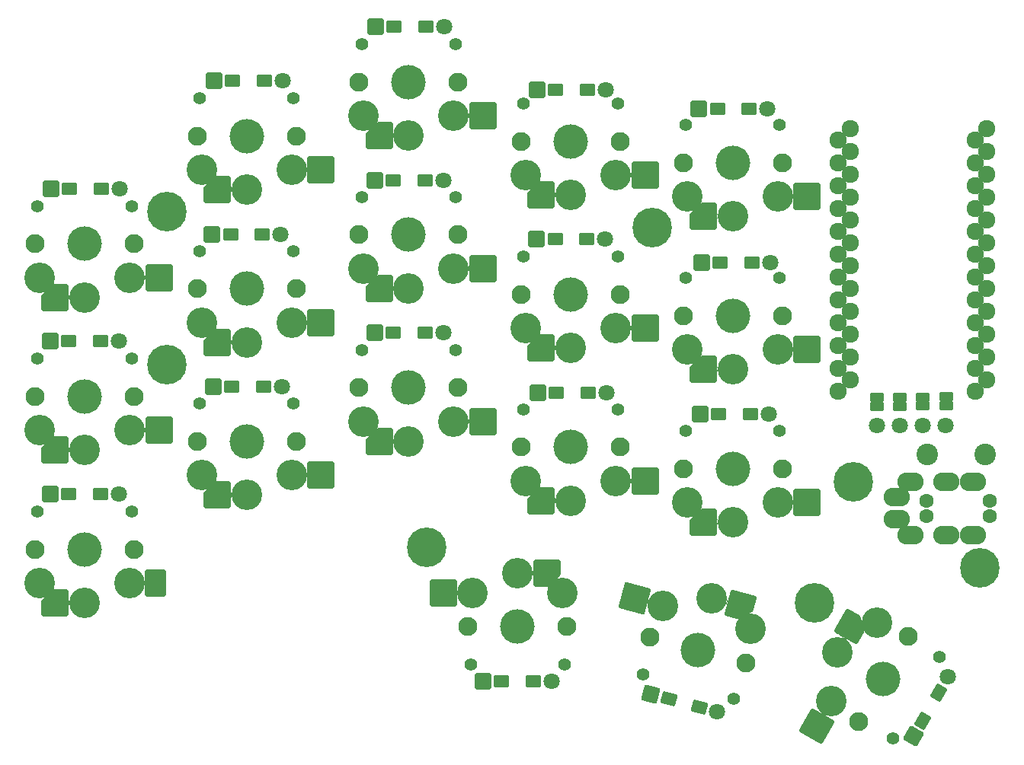
<source format=gts>
G04 #@! TF.GenerationSoftware,KiCad,Pcbnew,(6.0.0-rc1-307-gc186d1f319)*
G04 #@! TF.CreationDate,2022-03-27T09:47:18+01:00*
G04 #@! TF.ProjectId,chocofi,63686f63-6f66-4692-9e6b-696361645f70,2.1*
G04 #@! TF.SameCoordinates,Original*
G04 #@! TF.FileFunction,Soldermask,Top*
G04 #@! TF.FilePolarity,Negative*
%FSLAX46Y46*%
G04 Gerber Fmt 4.6, Leading zero omitted, Abs format (unit mm)*
G04 Created by KiCad (PCBNEW (6.0.0-rc1-307-gc186d1f319)) date 2022-03-27 09:47:18*
%MOMM*%
%LPD*%
G01*
G04 APERTURE LIST*
G04 Aperture macros list*
%AMRoundRect*
0 Rectangle with rounded corners*
0 $1 Rounding radius*
0 $2 $3 $4 $5 $6 $7 $8 $9 X,Y pos of 4 corners*
0 Add a 4 corners polygon primitive as box body*
4,1,4,$2,$3,$4,$5,$6,$7,$8,$9,$2,$3,0*
0 Add four circle primitives for the rounded corners*
1,1,$1+$1,$2,$3*
1,1,$1+$1,$4,$5*
1,1,$1+$1,$6,$7*
1,1,$1+$1,$8,$9*
0 Add four rect primitives between the rounded corners*
20,1,$1+$1,$2,$3,$4,$5,0*
20,1,$1+$1,$4,$5,$6,$7,0*
20,1,$1+$1,$6,$7,$8,$9,0*
20,1,$1+$1,$8,$9,$2,$3,0*%
%AMFreePoly0*
4,1,22,1.386777,1.480194,1.456366,1.424698,1.494986,1.344504,1.500000,1.300000,1.500000,-1.300000,1.480194,-1.386777,1.424698,-1.456366,1.344504,-1.494986,1.300000,-1.500000,-1.300000,-1.500000,-1.386777,-1.480194,-1.456366,-1.424698,-1.494986,-1.344504,-1.500000,-1.300000,-1.500000,0.130000,-1.480194,0.216777,-1.441421,0.271421,-0.271421,1.441421,-0.196056,1.488777,-0.130000,1.500000,
1.300000,1.500000,1.386777,1.480194,1.386777,1.480194,$1*%
G04 Aperture macros list end*
%ADD10RoundRect,0.200000X-0.698500X-0.698500X0.698500X-0.698500X0.698500X0.698500X-0.698500X0.698500X0*%
%ADD11RoundRect,0.200000X-0.650000X-0.475000X0.650000X-0.475000X0.650000X0.475000X-0.650000X0.475000X0*%
%ADD12C,1.797000*%
%ADD13RoundRect,0.200000X-0.750791X-0.290582X0.504913X-0.627047X0.750791X0.290582X-0.504913X0.627047X0*%
%ADD14RoundRect,0.200000X-0.855484X-0.493914X0.493914X-0.855484X0.855484X0.493914X-0.493914X0.855484X0*%
%ADD15RoundRect,0.200000X0.255669X-0.954169X0.954169X0.255669X-0.255669X0.954169X-0.954169X-0.255669X0*%
%ADD16RoundRect,0.200000X0.086362X-0.800417X0.736362X0.325417X-0.086362X0.800417X-0.736362X-0.325417X0*%
%ADD17C,1.600000*%
%ADD18O,2.900000X2.100000*%
%ADD19C,2.101800*%
%ADD20C,3.829000*%
%ADD21C,3.400000*%
%ADD22C,1.390600*%
%ADD23FreePoly0,0.000000*%
%ADD24RoundRect,0.200000X-1.300000X-1.300000X1.300000X-1.300000X1.300000X1.300000X-1.300000X1.300000X0*%
%ADD25RoundRect,0.200000X-0.950000X-1.300000X0.950000X-1.300000X0.950000X1.300000X-0.950000X1.300000X0*%
%ADD26FreePoly0,180.000000*%
%ADD27RoundRect,0.200000X1.300000X1.300000X-1.300000X1.300000X-1.300000X-1.300000X1.300000X-1.300000X0*%
%ADD28FreePoly0,165.000000*%
%ADD29RoundRect,0.200000X1.592168X0.919239X-0.919239X1.592168X-1.592168X-0.919239X0.919239X-1.592168X0*%
%ADD30FreePoly0,240.000000*%
%ADD31RoundRect,0.200000X-0.475833X1.775833X-1.775833X-0.475833X0.475833X-1.775833X1.775833X0.475833X0*%
%ADD32C,1.924000*%
%ADD33RoundRect,0.200000X-0.571500X0.317500X-0.571500X-0.317500X0.571500X-0.317500X0.571500X0.317500X0*%
%ADD34C,2.400000*%
%ADD35C,4.400000*%
G04 APERTURE END LIST*
D10*
X82194400Y-64312800D03*
D11*
X84229400Y-64312800D03*
D12*
X89814400Y-64312800D03*
D11*
X87779400Y-64312800D03*
D10*
X100279200Y-52273200D03*
D11*
X102314200Y-52273200D03*
X105864200Y-52273200D03*
D12*
X107899200Y-52273200D03*
D10*
X118262400Y-46228000D03*
D11*
X120297400Y-46228000D03*
D12*
X125882400Y-46228000D03*
D11*
X123847400Y-46228000D03*
X138229800Y-53289200D03*
D10*
X136194800Y-53289200D03*
D12*
X143814800Y-53289200D03*
D11*
X141779800Y-53289200D03*
X156213000Y-55422800D03*
D10*
X154178000Y-55422800D03*
D11*
X159763000Y-55422800D03*
D12*
X161798000Y-55422800D03*
D10*
X82092800Y-81229200D03*
D11*
X84127800Y-81229200D03*
D12*
X89712800Y-81229200D03*
D11*
X87677800Y-81229200D03*
D10*
X100076000Y-69342000D03*
D11*
X102111000Y-69342000D03*
D12*
X107696000Y-69342000D03*
D11*
X105661000Y-69342000D03*
D10*
X118160800Y-63347600D03*
D11*
X120195800Y-63347600D03*
X123745800Y-63347600D03*
D12*
X125780800Y-63347600D03*
D10*
X136144000Y-69900800D03*
D11*
X138179000Y-69900800D03*
D12*
X143764000Y-69900800D03*
D11*
X141729000Y-69900800D03*
D10*
X154482800Y-72491600D03*
D11*
X156517800Y-72491600D03*
D12*
X162102800Y-72491600D03*
D11*
X160067800Y-72491600D03*
D10*
X82092800Y-98247200D03*
D11*
X84127800Y-98247200D03*
D12*
X89712800Y-98247200D03*
D11*
X87677800Y-98247200D03*
D10*
X100177600Y-86309200D03*
D11*
X102212600Y-86309200D03*
X105762600Y-86309200D03*
D12*
X107797600Y-86309200D03*
D11*
X120195800Y-80314800D03*
D10*
X118160800Y-80314800D03*
D11*
X123745800Y-80314800D03*
D12*
X125780800Y-80314800D03*
D10*
X136245600Y-86969600D03*
D11*
X138280600Y-86969600D03*
X141830600Y-86969600D03*
D12*
X143865600Y-86969600D03*
D11*
X156314600Y-89357200D03*
D10*
X154279600Y-89357200D03*
D12*
X161899600Y-89357200D03*
D11*
X159864600Y-89357200D03*
D10*
X130149600Y-119075200D03*
D11*
X132184600Y-119075200D03*
X135734600Y-119075200D03*
D12*
X137769600Y-119075200D03*
D13*
X150799764Y-121001192D03*
D14*
X148834105Y-120474495D03*
D12*
X156194459Y-122446697D03*
D13*
X154228800Y-121920000D03*
D15*
X178053166Y-125194992D03*
D16*
X179070666Y-123432630D03*
X180845666Y-120358240D03*
D12*
X181863166Y-118595878D03*
D17*
X186460000Y-98961000D03*
X179460000Y-98961000D03*
X186460000Y-100711000D03*
X179460000Y-100711000D03*
D18*
X176160000Y-101061000D03*
X176160000Y-98611000D03*
X184660000Y-102811000D03*
X184660000Y-96861000D03*
X181660000Y-96861000D03*
X181660000Y-102811000D03*
X177660000Y-96861000D03*
X177660000Y-102811000D03*
D19*
X91410000Y-70400000D03*
D20*
X85910000Y-70400000D03*
D21*
X80910000Y-74150000D03*
D22*
X91130000Y-66200000D03*
D21*
X85910000Y-76350000D03*
D22*
X80690000Y-66200000D03*
D19*
X80410000Y-70400000D03*
D21*
X90910000Y-74150000D03*
D23*
X82635000Y-76350000D03*
D24*
X94185000Y-74150000D03*
D22*
X98690000Y-54200000D03*
D19*
X109410000Y-58400000D03*
D21*
X103910000Y-64350000D03*
D22*
X109130000Y-54200000D03*
D21*
X98910000Y-62150000D03*
D20*
X103910000Y-58400000D03*
D21*
X108910000Y-62150000D03*
D19*
X98410000Y-58400000D03*
D23*
X100635000Y-64350000D03*
D24*
X112185000Y-62150000D03*
D20*
X121910000Y-52400000D03*
D19*
X116410000Y-52400000D03*
D22*
X127130000Y-48200000D03*
D21*
X121910000Y-58350000D03*
X116910000Y-56150000D03*
D22*
X116690000Y-48200000D03*
D19*
X127410000Y-52400000D03*
D21*
X126910000Y-56150000D03*
D23*
X118635000Y-58350000D03*
D24*
X130185000Y-56150000D03*
D19*
X145410000Y-59020000D03*
D21*
X134910000Y-62770000D03*
X139910000Y-64970000D03*
D22*
X134690000Y-54820000D03*
D20*
X139910000Y-59020000D03*
D22*
X145130000Y-54820000D03*
D19*
X134410000Y-59020000D03*
D21*
X144910000Y-62770000D03*
D23*
X136635000Y-64970000D03*
D24*
X148185000Y-62770000D03*
D21*
X152910000Y-65150000D03*
X157910000Y-67350000D03*
D22*
X152690000Y-57200000D03*
D20*
X157910000Y-61400000D03*
D19*
X152410000Y-61400000D03*
X163410000Y-61400000D03*
D21*
X162910000Y-65150000D03*
D22*
X163130000Y-57200000D03*
D23*
X154635000Y-67350000D03*
D24*
X166185000Y-65150000D03*
D21*
X90910000Y-91150000D03*
D19*
X91410000Y-87400000D03*
X80410000Y-87400000D03*
D21*
X80910000Y-91150000D03*
D22*
X80690000Y-83200000D03*
D21*
X85910000Y-93350000D03*
D22*
X91130000Y-83200000D03*
D20*
X85910000Y-87400000D03*
D23*
X82635000Y-93350000D03*
D24*
X94185000Y-91150000D03*
D19*
X98410000Y-75400000D03*
D22*
X109130000Y-71200000D03*
D20*
X103910000Y-75400000D03*
D19*
X109410000Y-75400000D03*
D21*
X108910000Y-79150000D03*
X98910000Y-79150000D03*
X103910000Y-81350000D03*
D22*
X98690000Y-71200000D03*
D23*
X100635000Y-81350000D03*
D24*
X112185000Y-79150000D03*
D21*
X121910000Y-75350000D03*
D19*
X116410000Y-69400000D03*
D22*
X127130000Y-65200000D03*
D19*
X127410000Y-69400000D03*
D22*
X116690000Y-65200000D03*
D20*
X121910000Y-69400000D03*
D21*
X116910000Y-73150000D03*
X126910000Y-73150000D03*
D23*
X118635000Y-75350000D03*
D24*
X130185000Y-73150000D03*
D21*
X134910000Y-79770000D03*
D22*
X134690000Y-71820000D03*
D21*
X144910000Y-79770000D03*
X139910000Y-81970000D03*
D19*
X134410000Y-76020000D03*
D20*
X139910000Y-76020000D03*
D19*
X145410000Y-76020000D03*
D22*
X145130000Y-71820000D03*
D23*
X136635000Y-81970000D03*
D24*
X148185000Y-79770000D03*
D19*
X163410000Y-78400000D03*
D21*
X162910000Y-82150000D03*
D19*
X152410000Y-78400000D03*
D22*
X152690000Y-74200000D03*
X163130000Y-74200000D03*
D21*
X157910000Y-84350000D03*
D20*
X157910000Y-78400000D03*
D21*
X152910000Y-82150000D03*
D23*
X154635000Y-84350000D03*
D24*
X166185000Y-82150000D03*
D22*
X91130000Y-100200000D03*
X80690000Y-100200000D03*
D21*
X90910000Y-108150000D03*
D19*
X91410000Y-104400000D03*
X80410000Y-104400000D03*
D20*
X85910000Y-104400000D03*
D21*
X80910000Y-108150000D03*
X85910000Y-110350000D03*
D23*
X82635000Y-110350000D03*
D25*
X93810000Y-108150000D03*
D21*
X103910000Y-98350000D03*
X98910000Y-96150000D03*
D22*
X98690000Y-88200000D03*
D19*
X109410000Y-92400000D03*
D21*
X108910000Y-96150000D03*
D19*
X98410000Y-92400000D03*
D22*
X109130000Y-88200000D03*
D20*
X103910000Y-92400000D03*
D23*
X100635000Y-98350000D03*
D24*
X112185000Y-96150000D03*
D20*
X121910000Y-86400000D03*
D21*
X116910000Y-90150000D03*
D22*
X116690000Y-82200000D03*
D21*
X126910000Y-90150000D03*
D19*
X127410000Y-86400000D03*
D22*
X127130000Y-82200000D03*
D19*
X116410000Y-86400000D03*
D21*
X121910000Y-92350000D03*
D23*
X118635000Y-92350000D03*
D24*
X130185000Y-90150000D03*
D22*
X145130000Y-88825000D03*
X134690000Y-88825000D03*
D19*
X134410000Y-93025000D03*
D21*
X139910000Y-98975000D03*
D19*
X145410000Y-93025000D03*
D21*
X134910000Y-96775000D03*
D20*
X139910000Y-93025000D03*
D21*
X144910000Y-96775000D03*
D23*
X136635000Y-98975000D03*
D24*
X148185000Y-96775000D03*
D21*
X157910000Y-101350000D03*
D20*
X157910000Y-95400000D03*
D19*
X163410000Y-95400000D03*
D21*
X152910000Y-99150000D03*
D22*
X152690000Y-91200000D03*
D21*
X162910000Y-99150000D03*
D19*
X152410000Y-95400000D03*
D22*
X163130000Y-91200000D03*
D23*
X154635000Y-101350000D03*
D24*
X166185000Y-99150000D03*
D22*
X139230000Y-117190000D03*
D21*
X134010000Y-107040000D03*
D19*
X128510000Y-112990000D03*
D21*
X139010000Y-109240000D03*
D20*
X134010000Y-112990000D03*
D19*
X139510000Y-112990000D03*
D21*
X129010000Y-109240000D03*
D22*
X128790000Y-117190000D03*
D26*
X137285000Y-107040000D03*
D27*
X125735000Y-109240000D03*
D22*
X158015093Y-120987924D03*
D21*
X155599973Y-109832741D03*
X150200942Y-110663683D03*
D20*
X154060000Y-115580000D03*
D21*
X159860201Y-113251873D03*
D19*
X148747408Y-114156495D03*
D22*
X147930827Y-118285853D03*
D19*
X159372592Y-117003505D03*
D28*
X158763380Y-110680374D03*
D29*
X147037535Y-109816051D03*
D21*
X173912405Y-112584873D03*
X169507149Y-115815000D03*
D22*
X180907307Y-116369347D03*
D19*
X171910000Y-123553140D03*
X177410000Y-114026860D03*
D21*
X168912405Y-121245127D03*
D20*
X174660000Y-118790000D03*
D22*
X175687307Y-125410653D03*
D30*
X171144649Y-112978767D03*
D31*
X167274905Y-124081360D03*
D32*
X169620000Y-58870400D03*
X186166400Y-57600400D03*
X186166400Y-60140400D03*
X169620000Y-61410400D03*
X186166400Y-62680400D03*
X169620000Y-63950400D03*
X186166400Y-65220400D03*
X169620000Y-66490400D03*
X169620000Y-69030400D03*
X186166400Y-67760400D03*
X169620000Y-71570400D03*
X186166400Y-70300400D03*
X169620000Y-74110400D03*
X186166400Y-72840400D03*
X169620000Y-76650400D03*
X186166400Y-75380400D03*
X186166400Y-77920400D03*
X169620000Y-79190400D03*
X186166400Y-80460400D03*
X169620000Y-81730400D03*
X186166400Y-83000400D03*
X169620000Y-84270400D03*
X186166400Y-85540400D03*
X169620000Y-86810400D03*
X170946400Y-85540400D03*
X184860000Y-86810400D03*
X170946400Y-83000400D03*
X184860000Y-84270400D03*
X184860000Y-81730400D03*
X170946400Y-80460400D03*
X184860000Y-79190400D03*
X170946400Y-77920400D03*
X184860000Y-76650400D03*
X170946400Y-75380400D03*
X184860000Y-74110400D03*
X170946400Y-72840400D03*
X184860000Y-71570400D03*
X170946400Y-70300400D03*
X170946400Y-67760400D03*
X184860000Y-69030400D03*
X184860000Y-66490400D03*
X170946400Y-65220400D03*
X184860000Y-63950400D03*
X170946400Y-62680400D03*
X170946400Y-60140400D03*
X184860000Y-61410400D03*
X184860000Y-58870400D03*
X170946400Y-57600400D03*
D33*
X179070000Y-87448020D03*
X179070000Y-88448780D03*
D12*
X173930000Y-90608400D03*
X176470000Y-90608400D03*
X179010000Y-90608400D03*
X181550000Y-90608400D03*
D33*
X176470000Y-87468020D03*
X176470000Y-88468780D03*
X173930000Y-87498020D03*
X173930000Y-88498780D03*
X181640000Y-87438420D03*
X181640000Y-88439180D03*
D34*
X186003000Y-93853000D03*
X179503000Y-93853000D03*
D35*
X171323000Y-96901000D03*
X185420000Y-106426000D03*
X95000000Y-66802000D03*
X148971000Y-68580000D03*
X123952000Y-104140000D03*
X167005000Y-110363000D03*
X95000000Y-83820000D03*
G36*
X167783426Y-122640594D02*
G01*
X167820150Y-122645429D01*
X167849195Y-122623141D01*
X167853982Y-122586782D01*
X167835918Y-122560375D01*
X167835766Y-122558381D01*
X167837416Y-122557252D01*
X167838752Y-122557633D01*
X168012607Y-122685110D01*
X168235333Y-122802291D01*
X168300968Y-122825211D01*
X168302274Y-122826726D01*
X168301615Y-122828614D01*
X168300422Y-122829096D01*
X168263401Y-122831198D01*
X168239024Y-122858512D01*
X168241105Y-122895171D01*
X168260446Y-122916001D01*
X169147471Y-123428125D01*
X169147720Y-123428295D01*
X169147725Y-123428299D01*
X169148453Y-123430162D01*
X169147204Y-123431724D01*
X169145476Y-123431593D01*
X167370439Y-122406775D01*
X167369439Y-122405043D01*
X167370439Y-122403311D01*
X167372439Y-122403311D01*
X167783426Y-122640594D01*
G37*
G36*
X169274078Y-113628534D02*
G01*
X171068883Y-114664765D01*
X171069883Y-114666497D01*
X171068883Y-114668229D01*
X171066883Y-114668229D01*
X170643775Y-114423948D01*
X170607051Y-114419113D01*
X170578006Y-114441401D01*
X170573210Y-114477829D01*
X170586632Y-114500277D01*
X170586662Y-114502276D01*
X170584946Y-114503303D01*
X170583545Y-114502760D01*
X170575731Y-114495410D01*
X170368950Y-114351960D01*
X170143228Y-114240646D01*
X170111453Y-114230475D01*
X170110109Y-114228994D01*
X170110718Y-114227090D01*
X170111897Y-114226577D01*
X170148849Y-114223507D01*
X170172504Y-114195565D01*
X170169462Y-114158958D01*
X170150696Y-114139269D01*
X169272083Y-113632002D01*
X169271834Y-113631832D01*
X169271829Y-113631828D01*
X169271101Y-113629965D01*
X169272350Y-113628403D01*
X169274078Y-113628534D01*
G37*
G36*
X84136848Y-110061130D02*
G01*
X84151174Y-110095717D01*
X84184998Y-110109727D01*
X84218876Y-110095695D01*
X84232764Y-110066412D01*
X84234410Y-110065276D01*
X84236217Y-110066133D01*
X84236561Y-110067469D01*
X84212588Y-110305550D01*
X84224663Y-110556933D01*
X84235800Y-110612923D01*
X84235157Y-110614817D01*
X84233195Y-110615207D01*
X84232175Y-110614424D01*
X84211575Y-110583592D01*
X84175667Y-110576450D01*
X84145132Y-110596852D01*
X84136914Y-110623946D01*
X84135454Y-110625313D01*
X84133540Y-110624732D01*
X84133000Y-110623365D01*
X84133000Y-110061895D01*
X84134000Y-110060163D01*
X84136000Y-110060163D01*
X84136848Y-110061130D01*
G37*
G36*
X157392024Y-110006652D02*
G01*
X157392542Y-110008584D01*
X157247805Y-110548751D01*
X157246391Y-110550165D01*
X157244459Y-110549647D01*
X157243890Y-110548494D01*
X157239003Y-110511375D01*
X157209958Y-110489088D01*
X157173568Y-110493879D01*
X157153774Y-110515766D01*
X157151871Y-110516379D01*
X157150388Y-110515038D01*
X157150467Y-110513603D01*
X157195566Y-110413488D01*
X157263880Y-110171265D01*
X157283690Y-110015541D01*
X157284901Y-110013949D01*
X157286885Y-110014201D01*
X157287604Y-110015267D01*
X157297357Y-110051042D01*
X157329141Y-110069207D01*
X157364539Y-110059557D01*
X157381627Y-110033863D01*
X157388678Y-110007548D01*
X157390092Y-110006134D01*
X157392024Y-110006652D01*
G37*
G36*
X148556821Y-109945416D02*
G01*
X148557390Y-109946569D01*
X148562277Y-109983688D01*
X148591322Y-110005975D01*
X148627697Y-110001186D01*
X148648026Y-109978107D01*
X148649921Y-109977468D01*
X148651422Y-109978790D01*
X148651371Y-109980202D01*
X148590693Y-110124901D01*
X148528744Y-110368826D01*
X148517733Y-110478179D01*
X148516564Y-110479803D01*
X148514574Y-110479602D01*
X148513828Y-110478555D01*
X148503142Y-110443046D01*
X148470890Y-110425718D01*
X148435745Y-110436295D01*
X148419485Y-110461455D01*
X148417705Y-110462366D01*
X148416025Y-110461281D01*
X148415873Y-110459851D01*
X148553475Y-109946312D01*
X148554889Y-109944898D01*
X148556821Y-109945416D01*
G37*
G36*
X127236848Y-108951130D02*
G01*
X127251174Y-108985717D01*
X127284998Y-108999727D01*
X127318876Y-108985695D01*
X127332764Y-108956412D01*
X127334410Y-108955276D01*
X127336217Y-108956133D01*
X127336561Y-108957469D01*
X127312588Y-109195550D01*
X127324663Y-109446933D01*
X127335800Y-109502923D01*
X127335157Y-109504817D01*
X127333195Y-109505207D01*
X127332175Y-109504424D01*
X127311575Y-109473592D01*
X127275667Y-109466450D01*
X127245132Y-109486852D01*
X127236914Y-109513946D01*
X127235454Y-109515313D01*
X127233540Y-109514732D01*
X127233000Y-109513365D01*
X127233000Y-108951895D01*
X127234000Y-108950163D01*
X127236000Y-108950163D01*
X127236848Y-108951130D01*
G37*
G36*
X92661442Y-107753941D02*
G01*
X92662000Y-107755327D01*
X92662000Y-108551601D01*
X92661000Y-108553333D01*
X92659000Y-108553333D01*
X92658152Y-108552366D01*
X92643826Y-108517779D01*
X92610002Y-108503769D01*
X92576032Y-108517839D01*
X92563880Y-108538573D01*
X92562142Y-108539562D01*
X92560416Y-108538551D01*
X92560230Y-108537019D01*
X92573907Y-108488524D01*
X92605674Y-108238816D01*
X92607998Y-108150056D01*
X92589343Y-107899019D01*
X92559492Y-107767097D01*
X92560085Y-107765187D01*
X92562036Y-107764746D01*
X92563076Y-107765502D01*
X92584476Y-107795782D01*
X92620559Y-107801982D01*
X92650561Y-107780778D01*
X92658079Y-107754772D01*
X92659520Y-107753385D01*
X92661442Y-107753941D01*
G37*
G36*
X135786442Y-106754424D02*
G01*
X135787000Y-106755810D01*
X135787000Y-107309229D01*
X135786000Y-107310961D01*
X135784000Y-107310961D01*
X135783152Y-107309994D01*
X135768826Y-107275407D01*
X135735002Y-107261397D01*
X135701111Y-107275435D01*
X135687385Y-107303422D01*
X135685724Y-107304536D01*
X135683928Y-107303656D01*
X135683605Y-107302289D01*
X135705674Y-107128816D01*
X135707998Y-107040056D01*
X135689343Y-106789019D01*
X135684492Y-106767580D01*
X135685085Y-106765670D01*
X135687036Y-106765229D01*
X135688076Y-106765985D01*
X135709476Y-106796265D01*
X135745559Y-106802465D01*
X135775561Y-106781261D01*
X135783079Y-106755255D01*
X135784520Y-106753868D01*
X135786442Y-106754424D01*
G37*
G36*
X156136848Y-101061130D02*
G01*
X156151174Y-101095717D01*
X156184998Y-101109727D01*
X156218876Y-101095695D01*
X156232764Y-101066412D01*
X156234410Y-101065276D01*
X156236217Y-101066133D01*
X156236561Y-101067469D01*
X156212588Y-101305550D01*
X156224663Y-101556933D01*
X156235800Y-101612923D01*
X156235157Y-101614817D01*
X156233195Y-101615207D01*
X156232175Y-101614424D01*
X156211575Y-101583592D01*
X156175667Y-101576450D01*
X156145132Y-101596852D01*
X156136914Y-101623946D01*
X156135454Y-101625313D01*
X156133540Y-101624732D01*
X156133000Y-101623365D01*
X156133000Y-101061895D01*
X156134000Y-101060163D01*
X156136000Y-101060163D01*
X156136848Y-101061130D01*
G37*
G36*
X164686442Y-98864424D02*
G01*
X164687000Y-98865810D01*
X164687000Y-99419229D01*
X164686000Y-99420961D01*
X164684000Y-99420961D01*
X164683152Y-99419994D01*
X164668826Y-99385407D01*
X164635002Y-99371397D01*
X164601111Y-99385435D01*
X164587385Y-99413422D01*
X164585724Y-99414536D01*
X164583928Y-99413656D01*
X164583605Y-99412289D01*
X164605674Y-99238816D01*
X164607998Y-99150056D01*
X164589343Y-98899019D01*
X164584492Y-98877580D01*
X164585085Y-98875670D01*
X164587036Y-98875229D01*
X164588076Y-98875985D01*
X164609476Y-98906265D01*
X164645559Y-98912465D01*
X164675561Y-98891261D01*
X164683079Y-98865255D01*
X164684520Y-98863868D01*
X164686442Y-98864424D01*
G37*
G36*
X138136848Y-98686130D02*
G01*
X138151174Y-98720717D01*
X138184998Y-98734727D01*
X138218876Y-98720695D01*
X138232764Y-98691412D01*
X138234410Y-98690276D01*
X138236217Y-98691133D01*
X138236561Y-98692469D01*
X138212588Y-98930550D01*
X138224663Y-99181933D01*
X138235800Y-99237923D01*
X138235157Y-99239817D01*
X138233195Y-99240207D01*
X138232175Y-99239424D01*
X138211575Y-99208592D01*
X138175667Y-99201450D01*
X138145132Y-99221852D01*
X138136914Y-99248946D01*
X138135454Y-99250313D01*
X138133540Y-99249732D01*
X138133000Y-99248365D01*
X138133000Y-98686895D01*
X138134000Y-98685163D01*
X138136000Y-98685163D01*
X138136848Y-98686130D01*
G37*
G36*
X102136848Y-98061130D02*
G01*
X102151174Y-98095717D01*
X102184998Y-98109727D01*
X102218876Y-98095695D01*
X102232764Y-98066412D01*
X102234410Y-98065276D01*
X102236217Y-98066133D01*
X102236561Y-98067469D01*
X102212588Y-98305550D01*
X102224663Y-98556933D01*
X102235800Y-98612923D01*
X102235157Y-98614817D01*
X102233195Y-98615207D01*
X102232175Y-98614424D01*
X102211575Y-98583592D01*
X102175667Y-98576450D01*
X102145132Y-98596852D01*
X102136914Y-98623946D01*
X102135454Y-98625313D01*
X102133540Y-98624732D01*
X102133000Y-98623365D01*
X102133000Y-98061895D01*
X102134000Y-98060163D01*
X102136000Y-98060163D01*
X102136848Y-98061130D01*
G37*
G36*
X146686442Y-96489424D02*
G01*
X146687000Y-96490810D01*
X146687000Y-97044229D01*
X146686000Y-97045961D01*
X146684000Y-97045961D01*
X146683152Y-97044994D01*
X146668826Y-97010407D01*
X146635002Y-96996397D01*
X146601111Y-97010435D01*
X146587385Y-97038422D01*
X146585724Y-97039536D01*
X146583928Y-97038656D01*
X146583605Y-97037289D01*
X146605674Y-96863816D01*
X146607998Y-96775056D01*
X146589343Y-96524019D01*
X146584492Y-96502580D01*
X146585085Y-96500670D01*
X146587036Y-96500229D01*
X146588076Y-96500985D01*
X146609476Y-96531265D01*
X146645559Y-96537465D01*
X146675561Y-96516261D01*
X146683079Y-96490255D01*
X146684520Y-96488868D01*
X146686442Y-96489424D01*
G37*
G36*
X110686442Y-95864424D02*
G01*
X110687000Y-95865810D01*
X110687000Y-96419229D01*
X110686000Y-96420961D01*
X110684000Y-96420961D01*
X110683152Y-96419994D01*
X110668826Y-96385407D01*
X110635002Y-96371397D01*
X110601111Y-96385435D01*
X110587385Y-96413422D01*
X110585724Y-96414536D01*
X110583928Y-96413656D01*
X110583605Y-96412289D01*
X110605674Y-96238816D01*
X110607998Y-96150056D01*
X110589343Y-95899019D01*
X110584492Y-95877580D01*
X110585085Y-95875670D01*
X110587036Y-95875229D01*
X110588076Y-95875985D01*
X110609476Y-95906265D01*
X110645559Y-95912465D01*
X110675561Y-95891261D01*
X110683079Y-95865255D01*
X110684520Y-95863868D01*
X110686442Y-95864424D01*
G37*
G36*
X84136848Y-93061130D02*
G01*
X84151174Y-93095717D01*
X84184998Y-93109727D01*
X84218876Y-93095695D01*
X84232764Y-93066412D01*
X84234410Y-93065276D01*
X84236217Y-93066133D01*
X84236561Y-93067469D01*
X84212588Y-93305550D01*
X84224663Y-93556933D01*
X84235800Y-93612923D01*
X84235157Y-93614817D01*
X84233195Y-93615207D01*
X84232175Y-93614424D01*
X84211575Y-93583592D01*
X84175667Y-93576450D01*
X84145132Y-93596852D01*
X84136914Y-93623946D01*
X84135454Y-93625313D01*
X84133540Y-93624732D01*
X84133000Y-93623365D01*
X84133000Y-93061895D01*
X84134000Y-93060163D01*
X84136000Y-93060163D01*
X84136848Y-93061130D01*
G37*
G36*
X120136848Y-92061130D02*
G01*
X120151174Y-92095717D01*
X120184998Y-92109727D01*
X120218876Y-92095695D01*
X120232764Y-92066412D01*
X120234410Y-92065276D01*
X120236217Y-92066133D01*
X120236561Y-92067469D01*
X120212588Y-92305550D01*
X120224663Y-92556933D01*
X120235800Y-92612923D01*
X120235157Y-92614817D01*
X120233195Y-92615207D01*
X120232175Y-92614424D01*
X120211575Y-92583592D01*
X120175667Y-92576450D01*
X120145132Y-92596852D01*
X120136914Y-92623946D01*
X120135454Y-92625313D01*
X120133540Y-92624732D01*
X120133000Y-92623365D01*
X120133000Y-92061895D01*
X120134000Y-92060163D01*
X120136000Y-92060163D01*
X120136848Y-92061130D01*
G37*
G36*
X92686442Y-90864424D02*
G01*
X92687000Y-90865810D01*
X92687000Y-91419229D01*
X92686000Y-91420961D01*
X92684000Y-91420961D01*
X92683152Y-91419994D01*
X92668826Y-91385407D01*
X92635002Y-91371397D01*
X92601111Y-91385435D01*
X92587385Y-91413422D01*
X92585724Y-91414536D01*
X92583928Y-91413656D01*
X92583605Y-91412289D01*
X92605674Y-91238816D01*
X92607998Y-91150056D01*
X92589343Y-90899019D01*
X92584492Y-90877580D01*
X92585085Y-90875670D01*
X92587036Y-90875229D01*
X92588076Y-90875985D01*
X92609476Y-90906265D01*
X92645559Y-90912465D01*
X92675561Y-90891261D01*
X92683079Y-90865255D01*
X92684520Y-90863868D01*
X92686442Y-90864424D01*
G37*
G36*
X128686442Y-89864424D02*
G01*
X128687000Y-89865810D01*
X128687000Y-90419229D01*
X128686000Y-90420961D01*
X128684000Y-90420961D01*
X128683152Y-90419994D01*
X128668826Y-90385407D01*
X128635002Y-90371397D01*
X128601111Y-90385435D01*
X128587385Y-90413422D01*
X128585724Y-90414536D01*
X128583928Y-90413656D01*
X128583605Y-90412289D01*
X128605674Y-90238816D01*
X128607998Y-90150056D01*
X128589343Y-89899019D01*
X128584492Y-89877580D01*
X128585085Y-89875670D01*
X128587036Y-89875229D01*
X128588076Y-89875985D01*
X128609476Y-89906265D01*
X128645559Y-89912465D01*
X128675561Y-89891261D01*
X128683079Y-89865255D01*
X128684520Y-89863868D01*
X128686442Y-89864424D01*
G37*
G36*
X156136848Y-84061130D02*
G01*
X156151174Y-84095717D01*
X156184998Y-84109727D01*
X156218876Y-84095695D01*
X156232764Y-84066412D01*
X156234410Y-84065276D01*
X156236217Y-84066133D01*
X156236561Y-84067469D01*
X156212588Y-84305550D01*
X156224663Y-84556933D01*
X156235800Y-84612923D01*
X156235157Y-84614817D01*
X156233195Y-84615207D01*
X156232175Y-84614424D01*
X156211575Y-84583592D01*
X156175667Y-84576450D01*
X156145132Y-84596852D01*
X156136914Y-84623946D01*
X156135454Y-84625313D01*
X156133540Y-84624732D01*
X156133000Y-84623365D01*
X156133000Y-84061895D01*
X156134000Y-84060163D01*
X156136000Y-84060163D01*
X156136848Y-84061130D01*
G37*
G36*
X164686442Y-81864424D02*
G01*
X164687000Y-81865810D01*
X164687000Y-82419229D01*
X164686000Y-82420961D01*
X164684000Y-82420961D01*
X164683152Y-82419994D01*
X164668826Y-82385407D01*
X164635002Y-82371397D01*
X164601111Y-82385435D01*
X164587385Y-82413422D01*
X164585724Y-82414536D01*
X164583928Y-82413656D01*
X164583605Y-82412289D01*
X164605674Y-82238816D01*
X164607998Y-82150056D01*
X164589343Y-81899019D01*
X164584492Y-81877580D01*
X164585085Y-81875670D01*
X164587036Y-81875229D01*
X164588076Y-81875985D01*
X164609476Y-81906265D01*
X164645559Y-81912465D01*
X164675561Y-81891261D01*
X164683079Y-81865255D01*
X164684520Y-81863868D01*
X164686442Y-81864424D01*
G37*
G36*
X138136848Y-81681130D02*
G01*
X138151174Y-81715717D01*
X138184998Y-81729727D01*
X138218876Y-81715695D01*
X138232764Y-81686412D01*
X138234410Y-81685276D01*
X138236217Y-81686133D01*
X138236561Y-81687469D01*
X138212588Y-81925550D01*
X138224663Y-82176933D01*
X138235800Y-82232923D01*
X138235157Y-82234817D01*
X138233195Y-82235207D01*
X138232175Y-82234424D01*
X138211575Y-82203592D01*
X138175667Y-82196450D01*
X138145132Y-82216852D01*
X138136914Y-82243946D01*
X138135454Y-82245313D01*
X138133540Y-82244732D01*
X138133000Y-82243365D01*
X138133000Y-81681895D01*
X138134000Y-81680163D01*
X138136000Y-81680163D01*
X138136848Y-81681130D01*
G37*
G36*
X102136848Y-81061130D02*
G01*
X102151174Y-81095717D01*
X102184998Y-81109727D01*
X102218876Y-81095695D01*
X102232764Y-81066412D01*
X102234410Y-81065276D01*
X102236217Y-81066133D01*
X102236561Y-81067469D01*
X102212588Y-81305550D01*
X102224663Y-81556933D01*
X102235800Y-81612923D01*
X102235157Y-81614817D01*
X102233195Y-81615207D01*
X102232175Y-81614424D01*
X102211575Y-81583592D01*
X102175667Y-81576450D01*
X102145132Y-81596852D01*
X102136914Y-81623946D01*
X102135454Y-81625313D01*
X102133540Y-81624732D01*
X102133000Y-81623365D01*
X102133000Y-81061895D01*
X102134000Y-81060163D01*
X102136000Y-81060163D01*
X102136848Y-81061130D01*
G37*
G36*
X146686442Y-79484424D02*
G01*
X146687000Y-79485810D01*
X146687000Y-80039229D01*
X146686000Y-80040961D01*
X146684000Y-80040961D01*
X146683152Y-80039994D01*
X146668826Y-80005407D01*
X146635002Y-79991397D01*
X146601111Y-80005435D01*
X146587385Y-80033422D01*
X146585724Y-80034536D01*
X146583928Y-80033656D01*
X146583605Y-80032289D01*
X146605674Y-79858816D01*
X146607998Y-79770056D01*
X146589343Y-79519019D01*
X146584492Y-79497580D01*
X146585085Y-79495670D01*
X146587036Y-79495229D01*
X146588076Y-79495985D01*
X146609476Y-79526265D01*
X146645559Y-79532465D01*
X146675561Y-79511261D01*
X146683079Y-79485255D01*
X146684520Y-79483868D01*
X146686442Y-79484424D01*
G37*
G36*
X110686442Y-78864424D02*
G01*
X110687000Y-78865810D01*
X110687000Y-79419229D01*
X110686000Y-79420961D01*
X110684000Y-79420961D01*
X110683152Y-79419994D01*
X110668826Y-79385407D01*
X110635002Y-79371397D01*
X110601111Y-79385435D01*
X110587385Y-79413422D01*
X110585724Y-79414536D01*
X110583928Y-79413656D01*
X110583605Y-79412289D01*
X110605674Y-79238816D01*
X110607998Y-79150056D01*
X110589343Y-78899019D01*
X110584492Y-78877580D01*
X110585085Y-78875670D01*
X110587036Y-78875229D01*
X110588076Y-78875985D01*
X110609476Y-78906265D01*
X110645559Y-78912465D01*
X110675561Y-78891261D01*
X110683079Y-78865255D01*
X110684520Y-78863868D01*
X110686442Y-78864424D01*
G37*
G36*
X84136848Y-76061130D02*
G01*
X84151174Y-76095717D01*
X84184998Y-76109727D01*
X84218876Y-76095695D01*
X84232764Y-76066412D01*
X84234410Y-76065276D01*
X84236217Y-76066133D01*
X84236561Y-76067469D01*
X84212588Y-76305550D01*
X84224663Y-76556933D01*
X84235800Y-76612923D01*
X84235157Y-76614817D01*
X84233195Y-76615207D01*
X84232175Y-76614424D01*
X84211575Y-76583592D01*
X84175667Y-76576450D01*
X84145132Y-76596852D01*
X84136914Y-76623946D01*
X84135454Y-76625313D01*
X84133540Y-76624732D01*
X84133000Y-76623365D01*
X84133000Y-76061895D01*
X84134000Y-76060163D01*
X84136000Y-76060163D01*
X84136848Y-76061130D01*
G37*
G36*
X120136848Y-75061130D02*
G01*
X120151174Y-75095717D01*
X120184998Y-75109727D01*
X120218876Y-75095695D01*
X120232764Y-75066412D01*
X120234410Y-75065276D01*
X120236217Y-75066133D01*
X120236561Y-75067469D01*
X120212588Y-75305550D01*
X120224663Y-75556933D01*
X120235800Y-75612923D01*
X120235157Y-75614817D01*
X120233195Y-75615207D01*
X120232175Y-75614424D01*
X120211575Y-75583592D01*
X120175667Y-75576450D01*
X120145132Y-75596852D01*
X120136914Y-75623946D01*
X120135454Y-75625313D01*
X120133540Y-75624732D01*
X120133000Y-75623365D01*
X120133000Y-75061895D01*
X120134000Y-75060163D01*
X120136000Y-75060163D01*
X120136848Y-75061130D01*
G37*
G36*
X92686442Y-73864424D02*
G01*
X92687000Y-73865810D01*
X92687000Y-74419229D01*
X92686000Y-74420961D01*
X92684000Y-74420961D01*
X92683152Y-74419994D01*
X92668826Y-74385407D01*
X92635002Y-74371397D01*
X92601111Y-74385435D01*
X92587385Y-74413422D01*
X92585724Y-74414536D01*
X92583928Y-74413656D01*
X92583605Y-74412289D01*
X92605674Y-74238816D01*
X92607998Y-74150056D01*
X92589343Y-73899019D01*
X92584492Y-73877580D01*
X92585085Y-73875670D01*
X92587036Y-73875229D01*
X92588076Y-73875985D01*
X92609476Y-73906265D01*
X92645559Y-73912465D01*
X92675561Y-73891261D01*
X92683079Y-73865255D01*
X92684520Y-73863868D01*
X92686442Y-73864424D01*
G37*
G36*
X128686442Y-72864424D02*
G01*
X128687000Y-72865810D01*
X128687000Y-73419229D01*
X128686000Y-73420961D01*
X128684000Y-73420961D01*
X128683152Y-73419994D01*
X128668826Y-73385407D01*
X128635002Y-73371397D01*
X128601111Y-73385435D01*
X128587385Y-73413422D01*
X128585724Y-73414536D01*
X128583928Y-73413656D01*
X128583605Y-73412289D01*
X128605674Y-73238816D01*
X128607998Y-73150056D01*
X128589343Y-72899019D01*
X128584492Y-72877580D01*
X128585085Y-72875670D01*
X128587036Y-72875229D01*
X128588076Y-72875985D01*
X128609476Y-72906265D01*
X128645559Y-72912465D01*
X128675561Y-72891261D01*
X128683079Y-72865255D01*
X128684520Y-72863868D01*
X128686442Y-72864424D01*
G37*
G36*
X156136848Y-67061130D02*
G01*
X156151174Y-67095717D01*
X156184998Y-67109727D01*
X156218876Y-67095695D01*
X156232764Y-67066412D01*
X156234410Y-67065276D01*
X156236217Y-67066133D01*
X156236561Y-67067469D01*
X156212588Y-67305550D01*
X156224663Y-67556933D01*
X156235800Y-67612923D01*
X156235157Y-67614817D01*
X156233195Y-67615207D01*
X156232175Y-67614424D01*
X156211575Y-67583592D01*
X156175667Y-67576450D01*
X156145132Y-67596852D01*
X156136914Y-67623946D01*
X156135454Y-67625313D01*
X156133540Y-67624732D01*
X156133000Y-67623365D01*
X156133000Y-67061895D01*
X156134000Y-67060163D01*
X156136000Y-67060163D01*
X156136848Y-67061130D01*
G37*
G36*
X164686442Y-64864424D02*
G01*
X164687000Y-64865810D01*
X164687000Y-65419229D01*
X164686000Y-65420961D01*
X164684000Y-65420961D01*
X164683152Y-65419994D01*
X164668826Y-65385407D01*
X164635002Y-65371397D01*
X164601111Y-65385435D01*
X164587385Y-65413422D01*
X164585724Y-65414536D01*
X164583928Y-65413656D01*
X164583605Y-65412289D01*
X164605674Y-65238816D01*
X164607998Y-65150056D01*
X164589343Y-64899019D01*
X164584492Y-64877580D01*
X164585085Y-64875670D01*
X164587036Y-64875229D01*
X164588076Y-64875985D01*
X164609476Y-64906265D01*
X164645559Y-64912465D01*
X164675561Y-64891261D01*
X164683079Y-64865255D01*
X164684520Y-64863868D01*
X164686442Y-64864424D01*
G37*
G36*
X138136848Y-64681130D02*
G01*
X138151174Y-64715717D01*
X138184998Y-64729727D01*
X138218876Y-64715695D01*
X138232764Y-64686412D01*
X138234410Y-64685276D01*
X138236217Y-64686133D01*
X138236561Y-64687469D01*
X138212588Y-64925550D01*
X138224663Y-65176933D01*
X138235800Y-65232923D01*
X138235157Y-65234817D01*
X138233195Y-65235207D01*
X138232175Y-65234424D01*
X138211575Y-65203592D01*
X138175667Y-65196450D01*
X138145132Y-65216852D01*
X138136914Y-65243946D01*
X138135454Y-65245313D01*
X138133540Y-65244732D01*
X138133000Y-65243365D01*
X138133000Y-64681895D01*
X138134000Y-64680163D01*
X138136000Y-64680163D01*
X138136848Y-64681130D01*
G37*
G36*
X102136848Y-64061130D02*
G01*
X102151174Y-64095717D01*
X102184998Y-64109727D01*
X102218876Y-64095695D01*
X102232764Y-64066412D01*
X102234410Y-64065276D01*
X102236217Y-64066133D01*
X102236561Y-64067469D01*
X102212588Y-64305550D01*
X102224663Y-64556933D01*
X102235800Y-64612923D01*
X102235157Y-64614817D01*
X102233195Y-64615207D01*
X102232175Y-64614424D01*
X102211575Y-64583592D01*
X102175667Y-64576450D01*
X102145132Y-64596852D01*
X102136914Y-64623946D01*
X102135454Y-64625313D01*
X102133540Y-64624732D01*
X102133000Y-64623365D01*
X102133000Y-64061895D01*
X102134000Y-64060163D01*
X102136000Y-64060163D01*
X102136848Y-64061130D01*
G37*
G36*
X146686442Y-62484424D02*
G01*
X146687000Y-62485810D01*
X146687000Y-63039229D01*
X146686000Y-63040961D01*
X146684000Y-63040961D01*
X146683152Y-63039994D01*
X146668826Y-63005407D01*
X146635002Y-62991397D01*
X146601111Y-63005435D01*
X146587385Y-63033422D01*
X146585724Y-63034536D01*
X146583928Y-63033656D01*
X146583605Y-63032289D01*
X146605674Y-62858816D01*
X146607998Y-62770056D01*
X146589343Y-62519019D01*
X146584492Y-62497580D01*
X146585085Y-62495670D01*
X146587036Y-62495229D01*
X146588076Y-62495985D01*
X146609476Y-62526265D01*
X146645559Y-62532465D01*
X146675561Y-62511261D01*
X146683079Y-62485255D01*
X146684520Y-62483868D01*
X146686442Y-62484424D01*
G37*
G36*
X110686442Y-61864424D02*
G01*
X110687000Y-61865810D01*
X110687000Y-62419229D01*
X110686000Y-62420961D01*
X110684000Y-62420961D01*
X110683152Y-62419994D01*
X110668826Y-62385407D01*
X110635002Y-62371397D01*
X110601111Y-62385435D01*
X110587385Y-62413422D01*
X110585724Y-62414536D01*
X110583928Y-62413656D01*
X110583605Y-62412289D01*
X110605674Y-62238816D01*
X110607998Y-62150056D01*
X110589343Y-61899019D01*
X110584492Y-61877580D01*
X110585085Y-61875670D01*
X110587036Y-61875229D01*
X110588076Y-61875985D01*
X110609476Y-61906265D01*
X110645559Y-61912465D01*
X110675561Y-61891261D01*
X110683079Y-61865255D01*
X110684520Y-61863868D01*
X110686442Y-61864424D01*
G37*
G36*
X120136848Y-58061130D02*
G01*
X120151174Y-58095717D01*
X120184998Y-58109727D01*
X120218876Y-58095695D01*
X120232764Y-58066412D01*
X120234410Y-58065276D01*
X120236217Y-58066133D01*
X120236561Y-58067469D01*
X120212588Y-58305550D01*
X120224663Y-58556933D01*
X120235800Y-58612923D01*
X120235157Y-58614817D01*
X120233195Y-58615207D01*
X120232175Y-58614424D01*
X120211575Y-58583592D01*
X120175667Y-58576450D01*
X120145132Y-58596852D01*
X120136914Y-58623946D01*
X120135454Y-58625313D01*
X120133540Y-58624732D01*
X120133000Y-58623365D01*
X120133000Y-58061895D01*
X120134000Y-58060163D01*
X120136000Y-58060163D01*
X120136848Y-58061130D01*
G37*
G36*
X128686442Y-55864424D02*
G01*
X128687000Y-55865810D01*
X128687000Y-56419229D01*
X128686000Y-56420961D01*
X128684000Y-56420961D01*
X128683152Y-56419994D01*
X128668826Y-56385407D01*
X128635002Y-56371397D01*
X128601111Y-56385435D01*
X128587385Y-56413422D01*
X128585724Y-56414536D01*
X128583928Y-56413656D01*
X128583605Y-56412289D01*
X128605674Y-56238816D01*
X128607998Y-56150056D01*
X128589343Y-55899019D01*
X128584492Y-55877580D01*
X128585085Y-55875670D01*
X128587036Y-55875229D01*
X128588076Y-55875985D01*
X128609476Y-55906265D01*
X128645559Y-55912465D01*
X128675561Y-55891261D01*
X128683079Y-55865255D01*
X128684520Y-55863868D01*
X128686442Y-55864424D01*
G37*
M02*

</source>
